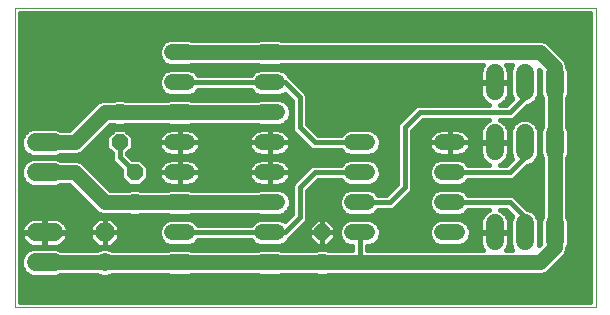
<source format=gbl>
G75*
G70*
%OFA0B0*%
%FSLAX24Y24*%
%IPPOS*%
%LPD*%
%AMOC8*
5,1,8,0,0,1.08239X$1,22.5*
%
%ADD10C,0.0000*%
%ADD11C,0.0600*%
%ADD12C,0.0520*%
%ADD13OC8,0.0520*%
%ADD14OC8,0.0620*%
%ADD15C,0.0620*%
%ADD16C,0.0500*%
%ADD17C,0.0160*%
D10*
X000180Y000180D02*
X000180Y010176D01*
X019550Y010176D01*
X019550Y000180D01*
X000180Y000180D01*
D11*
X000880Y001680D02*
X001480Y001680D01*
X001480Y002680D02*
X000880Y002680D01*
X000880Y004680D02*
X001480Y004680D01*
X001480Y005680D02*
X000880Y005680D01*
X016180Y005380D02*
X016180Y005980D01*
X017180Y005980D02*
X017180Y005380D01*
X018180Y005380D02*
X018180Y005980D01*
X018180Y007380D02*
X018180Y007980D01*
X017180Y007980D02*
X017180Y007380D01*
X016180Y007380D02*
X016180Y007980D01*
X016180Y002980D02*
X016180Y002380D01*
X017180Y002380D02*
X017180Y002980D01*
X018180Y002980D02*
X018180Y002380D01*
D12*
X014940Y002680D02*
X014420Y002680D01*
X014420Y003680D02*
X014940Y003680D01*
X014940Y004680D02*
X014420Y004680D01*
X014420Y005680D02*
X014940Y005680D01*
X011940Y005680D02*
X011420Y005680D01*
X011420Y004680D02*
X011940Y004680D01*
X011940Y003680D02*
X011420Y003680D01*
X011420Y002680D02*
X011940Y002680D01*
X008940Y002680D02*
X008420Y002680D01*
X008420Y001680D02*
X008940Y001680D01*
X005940Y001680D02*
X005420Y001680D01*
X005420Y002680D02*
X005940Y002680D01*
X005940Y003680D02*
X005420Y003680D01*
X005420Y004680D02*
X005940Y004680D01*
X005940Y005680D02*
X005420Y005680D01*
X005420Y006680D02*
X005940Y006680D01*
X005940Y007680D02*
X005420Y007680D01*
X005420Y008680D02*
X005940Y008680D01*
X008420Y008680D02*
X008940Y008680D01*
X008940Y007680D02*
X008420Y007680D01*
X008420Y006680D02*
X008940Y006680D01*
X008940Y005680D02*
X008420Y005680D01*
X008420Y004680D02*
X008940Y004680D01*
X008940Y003680D02*
X008420Y003680D01*
D13*
X010430Y002680D03*
X010430Y001680D03*
X004180Y003680D03*
X004180Y004680D03*
X003680Y005680D03*
X003680Y006680D03*
D14*
X003180Y002680D03*
D15*
X003180Y001680D03*
D16*
X005680Y001680D01*
X008680Y001680D01*
X010430Y001680D01*
X011680Y001680D01*
X017680Y001680D01*
X018180Y002180D01*
X018180Y002680D01*
X018180Y005680D01*
X018180Y007680D01*
X018180Y008180D01*
X017680Y008680D01*
X008680Y008680D01*
X005680Y008680D01*
X005680Y006680D02*
X003680Y006680D01*
X003180Y006680D01*
X002180Y005680D01*
X001180Y005680D01*
X001180Y004680D02*
X002180Y004680D01*
X003180Y003680D01*
X004180Y003680D01*
X005680Y003680D01*
X008680Y003680D01*
X003180Y001680D02*
X001180Y001680D01*
X005680Y006680D02*
X008680Y006680D01*
D17*
X009189Y007053D02*
X009313Y006929D01*
X009380Y006768D01*
X009380Y006592D01*
X009313Y006431D01*
X009189Y006307D01*
X009028Y006240D01*
X008332Y006240D01*
X008308Y006250D01*
X006052Y006250D01*
X006028Y006240D01*
X005332Y006240D01*
X005308Y006250D01*
X003872Y006250D01*
X003862Y006240D01*
X003498Y006240D01*
X003488Y006250D01*
X003358Y006250D01*
X002545Y005436D01*
X002424Y005315D01*
X002266Y005250D01*
X001696Y005250D01*
X001575Y005200D01*
X000785Y005200D01*
X000608Y005273D01*
X000473Y005408D01*
X000400Y005585D01*
X000400Y005775D01*
X000473Y005952D01*
X000608Y006087D01*
X000785Y006160D01*
X001575Y006160D01*
X001696Y006110D01*
X002002Y006110D01*
X002936Y007045D01*
X003094Y007110D01*
X003488Y007110D01*
X003498Y007120D01*
X003862Y007120D01*
X003872Y007110D01*
X005308Y007110D01*
X005332Y007120D01*
X006028Y007120D01*
X006052Y007110D01*
X008308Y007110D01*
X008332Y007120D01*
X009028Y007120D01*
X009189Y007053D01*
X009247Y006996D02*
X009420Y006996D01*
X009420Y007072D02*
X009420Y006128D01*
X009460Y006033D01*
X009960Y005533D01*
X010033Y005460D01*
X010128Y005420D01*
X011058Y005420D01*
X011171Y005307D01*
X011332Y005240D01*
X012028Y005240D01*
X012189Y005307D01*
X012313Y005431D01*
X012380Y005592D01*
X012380Y005768D01*
X012313Y005929D01*
X012189Y006053D01*
X012028Y006120D01*
X011332Y006120D01*
X011171Y006053D01*
X011058Y005940D01*
X010288Y005940D01*
X009940Y006288D01*
X009940Y007232D01*
X009900Y007327D01*
X009827Y007400D01*
X009327Y007900D01*
X009324Y007902D01*
X009313Y007929D01*
X009189Y008053D01*
X009028Y008120D01*
X008332Y008120D01*
X008171Y008053D01*
X008058Y007940D01*
X006302Y007940D01*
X006189Y008053D01*
X006028Y008120D01*
X005332Y008120D01*
X005171Y008053D01*
X005047Y007929D01*
X004980Y007768D01*
X004980Y007592D01*
X005047Y007431D01*
X005171Y007307D01*
X005332Y007240D01*
X006028Y007240D01*
X006189Y007307D01*
X006302Y007420D01*
X008058Y007420D01*
X008171Y007307D01*
X008332Y007240D01*
X009028Y007240D01*
X009186Y007306D01*
X009420Y007072D01*
X009338Y007154D02*
X000360Y007154D01*
X000360Y007313D02*
X005165Y007313D01*
X005030Y007471D02*
X000360Y007471D01*
X000360Y007630D02*
X004980Y007630D01*
X004988Y007788D02*
X000360Y007788D01*
X000360Y007947D02*
X005064Y007947D01*
X005296Y008105D02*
X000360Y008105D01*
X000360Y008264D02*
X005276Y008264D01*
X005332Y008240D02*
X006028Y008240D01*
X006052Y008250D01*
X008308Y008250D01*
X008332Y008240D01*
X009028Y008240D01*
X009052Y008250D01*
X015783Y008250D01*
X015769Y008232D01*
X015735Y008164D01*
X015712Y008092D01*
X015700Y008018D01*
X015700Y007700D01*
X016160Y007700D01*
X016160Y007660D01*
X015700Y007660D01*
X015700Y007342D01*
X015712Y007268D01*
X015735Y007196D01*
X015769Y007128D01*
X015814Y007067D01*
X015867Y007014D01*
X015928Y006969D01*
X015986Y006940D01*
X013628Y006940D01*
X013533Y006900D01*
X013033Y006400D01*
X012960Y006327D01*
X012920Y006232D01*
X012920Y004288D01*
X012572Y003940D01*
X012302Y003940D01*
X012189Y004053D01*
X012028Y004120D01*
X011332Y004120D01*
X011171Y004053D01*
X011047Y003929D01*
X010980Y003768D01*
X010980Y003592D01*
X011047Y003431D01*
X011171Y003307D01*
X011332Y003240D01*
X012028Y003240D01*
X012189Y003307D01*
X012302Y003420D01*
X012732Y003420D01*
X012827Y003460D01*
X012900Y003533D01*
X013400Y004033D01*
X013440Y004128D01*
X013440Y006072D01*
X013788Y006420D01*
X015986Y006420D01*
X015928Y006391D01*
X015867Y006346D01*
X015814Y006293D01*
X015769Y006232D01*
X015735Y006164D01*
X015712Y006092D01*
X015700Y006018D01*
X015700Y005700D01*
X016160Y005700D01*
X016160Y005660D01*
X015700Y005660D01*
X015700Y005342D01*
X015712Y005268D01*
X015735Y005196D01*
X015769Y005128D01*
X015814Y005067D01*
X015867Y005014D01*
X015928Y004969D01*
X015986Y004940D01*
X015302Y004940D01*
X015189Y005053D01*
X015028Y005120D01*
X014332Y005120D01*
X014171Y005053D01*
X014047Y004929D01*
X013980Y004768D01*
X013980Y004592D01*
X014047Y004431D01*
X014171Y004307D01*
X014332Y004240D01*
X015028Y004240D01*
X015189Y004307D01*
X015302Y004420D01*
X016732Y004420D01*
X016827Y004460D01*
X017268Y004900D01*
X017275Y004900D01*
X017452Y004973D01*
X017587Y005108D01*
X017660Y005285D01*
X017660Y006075D01*
X017587Y006252D01*
X017452Y006387D01*
X017275Y006460D01*
X017085Y006460D01*
X016908Y006387D01*
X016773Y006252D01*
X016700Y006075D01*
X016700Y005285D01*
X016764Y005131D01*
X016572Y004940D01*
X016374Y004940D01*
X016432Y004969D01*
X016493Y005014D01*
X016546Y005067D01*
X016591Y005128D01*
X016625Y005196D01*
X016648Y005268D01*
X016660Y005342D01*
X016660Y005660D01*
X016200Y005660D01*
X016200Y005700D01*
X016660Y005700D01*
X016660Y006018D01*
X016648Y006092D01*
X016625Y006164D01*
X016591Y006232D01*
X016546Y006293D01*
X016493Y006346D01*
X016432Y006391D01*
X016374Y006420D01*
X016732Y006420D01*
X016827Y006460D01*
X016900Y006533D01*
X017268Y006900D01*
X017275Y006900D01*
X017452Y006973D01*
X017587Y007108D01*
X017660Y007285D01*
X017660Y008075D01*
X017648Y008103D01*
X017700Y008052D01*
X017700Y007285D01*
X017750Y007164D01*
X017750Y006196D01*
X017700Y006075D01*
X017700Y005285D01*
X017750Y005164D01*
X017750Y003196D01*
X017700Y003075D01*
X017700Y002308D01*
X017648Y002257D01*
X017660Y002285D01*
X017660Y003075D01*
X017587Y003252D01*
X017452Y003387D01*
X017275Y003460D01*
X017268Y003460D01*
X016827Y003900D01*
X016732Y003940D01*
X015302Y003940D01*
X015189Y004053D01*
X015028Y004120D01*
X014332Y004120D01*
X014171Y004053D01*
X014047Y003929D01*
X013980Y003768D01*
X013980Y003592D01*
X014047Y003431D01*
X014171Y003307D01*
X014332Y003240D01*
X015028Y003240D01*
X015189Y003307D01*
X015302Y003420D01*
X015986Y003420D01*
X015928Y003391D01*
X015867Y003346D01*
X015814Y003293D01*
X015769Y003232D01*
X015735Y003164D01*
X015712Y003092D01*
X015700Y003018D01*
X015700Y002700D01*
X016160Y002700D01*
X016160Y002660D01*
X015700Y002660D01*
X015700Y002342D01*
X015712Y002268D01*
X015735Y002196D01*
X015769Y002128D01*
X015783Y002110D01*
X011940Y002110D01*
X011940Y002240D01*
X012028Y002240D01*
X012189Y002307D01*
X012313Y002431D01*
X012380Y002592D01*
X012380Y002768D01*
X012313Y002929D01*
X012189Y003053D01*
X012028Y003120D01*
X011332Y003120D01*
X011171Y003053D01*
X011047Y002929D01*
X010980Y002768D01*
X010980Y002592D01*
X011047Y002431D01*
X011171Y002307D01*
X011332Y002240D01*
X011420Y002240D01*
X011420Y002110D01*
X010622Y002110D01*
X010612Y002120D01*
X010248Y002120D01*
X010238Y002110D01*
X009052Y002110D01*
X009028Y002120D01*
X008332Y002120D01*
X008308Y002110D01*
X006052Y002110D01*
X006028Y002120D01*
X005332Y002120D01*
X005308Y002110D01*
X003422Y002110D01*
X003277Y002170D01*
X003083Y002170D01*
X002938Y002110D01*
X001696Y002110D01*
X001575Y002160D01*
X000785Y002160D01*
X000608Y002087D01*
X000473Y001952D01*
X000400Y001775D01*
X000400Y001585D01*
X000473Y001408D01*
X000608Y001273D01*
X000785Y001200D01*
X001575Y001200D01*
X001696Y001250D01*
X002938Y001250D01*
X003083Y001190D01*
X003277Y001190D01*
X003422Y001250D01*
X005308Y001250D01*
X005332Y001240D01*
X006028Y001240D01*
X006052Y001250D01*
X008308Y001250D01*
X008332Y001240D01*
X009028Y001240D01*
X009052Y001250D01*
X010238Y001250D01*
X010248Y001240D01*
X010612Y001240D01*
X010622Y001250D01*
X017766Y001250D01*
X017924Y001315D01*
X018045Y001436D01*
X018545Y001936D01*
X018610Y002094D01*
X018610Y002164D01*
X018660Y002285D01*
X018660Y003075D01*
X018610Y003196D01*
X018610Y005164D01*
X018660Y005285D01*
X018660Y006075D01*
X018610Y006196D01*
X018610Y007164D01*
X018660Y007285D01*
X018660Y008075D01*
X018610Y008196D01*
X018610Y008266D01*
X018545Y008424D01*
X018424Y008545D01*
X017924Y009045D01*
X017766Y009110D01*
X009052Y009110D01*
X009028Y009120D01*
X008332Y009120D01*
X008308Y009110D01*
X006052Y009110D01*
X006028Y009120D01*
X005332Y009120D01*
X005171Y009053D01*
X005047Y008929D01*
X004980Y008768D01*
X004980Y008592D01*
X005047Y008431D01*
X005171Y008307D01*
X005332Y008240D01*
X005056Y008422D02*
X000360Y008422D01*
X000360Y008581D02*
X004985Y008581D01*
X004980Y008739D02*
X000360Y008739D01*
X000360Y008898D02*
X005034Y008898D01*
X005178Y009056D02*
X000360Y009056D01*
X000360Y009215D02*
X019370Y009215D01*
X019370Y009056D02*
X017896Y009056D01*
X018071Y008898D02*
X019370Y008898D01*
X019370Y008739D02*
X018229Y008739D01*
X018388Y008581D02*
X019370Y008581D01*
X019370Y008422D02*
X018545Y008422D01*
X018610Y008264D02*
X019370Y008264D01*
X019370Y008105D02*
X018648Y008105D01*
X018660Y007947D02*
X019370Y007947D01*
X019370Y007788D02*
X018660Y007788D01*
X018660Y007630D02*
X019370Y007630D01*
X019370Y007471D02*
X018660Y007471D01*
X018660Y007313D02*
X019370Y007313D01*
X019370Y007154D02*
X018610Y007154D01*
X018610Y006996D02*
X019370Y006996D01*
X019370Y006837D02*
X018610Y006837D01*
X018610Y006679D02*
X019370Y006679D01*
X019370Y006520D02*
X018610Y006520D01*
X018610Y006362D02*
X019370Y006362D01*
X019370Y006203D02*
X018610Y006203D01*
X018660Y006045D02*
X019370Y006045D01*
X019370Y005886D02*
X018660Y005886D01*
X018660Y005728D02*
X019370Y005728D01*
X019370Y005569D02*
X018660Y005569D01*
X018660Y005411D02*
X019370Y005411D01*
X019370Y005252D02*
X018647Y005252D01*
X018610Y005094D02*
X019370Y005094D01*
X019370Y004935D02*
X018610Y004935D01*
X018610Y004777D02*
X019370Y004777D01*
X019370Y004618D02*
X018610Y004618D01*
X018610Y004460D02*
X019370Y004460D01*
X019370Y004301D02*
X018610Y004301D01*
X018610Y004143D02*
X019370Y004143D01*
X019370Y003984D02*
X018610Y003984D01*
X018610Y003826D02*
X019370Y003826D01*
X019370Y003667D02*
X018610Y003667D01*
X018610Y003509D02*
X019370Y003509D01*
X019370Y003350D02*
X018610Y003350D01*
X018612Y003192D02*
X019370Y003192D01*
X019370Y003033D02*
X018660Y003033D01*
X018660Y002875D02*
X019370Y002875D01*
X019370Y002716D02*
X018660Y002716D01*
X018660Y002558D02*
X019370Y002558D01*
X019370Y002399D02*
X018660Y002399D01*
X018642Y002241D02*
X019370Y002241D01*
X019370Y002082D02*
X018605Y002082D01*
X018532Y001924D02*
X019370Y001924D01*
X019370Y001765D02*
X018373Y001765D01*
X018215Y001607D02*
X019370Y001607D01*
X019370Y001448D02*
X018056Y001448D01*
X017861Y001290D02*
X019370Y001290D01*
X019370Y001131D02*
X000360Y001131D01*
X000360Y000973D02*
X019370Y000973D01*
X019370Y000814D02*
X000360Y000814D01*
X000360Y000656D02*
X019370Y000656D01*
X019370Y000497D02*
X000360Y000497D01*
X000360Y000360D02*
X000360Y009996D01*
X019370Y009996D01*
X019370Y000360D01*
X000360Y000360D01*
X000360Y001290D02*
X000592Y001290D01*
X000457Y001448D02*
X000360Y001448D01*
X000360Y001607D02*
X000400Y001607D01*
X000400Y001765D02*
X000360Y001765D01*
X000360Y001924D02*
X000461Y001924D01*
X000360Y002082D02*
X000603Y002082D01*
X000685Y002241D02*
X000360Y002241D01*
X000514Y002367D02*
X000567Y002314D01*
X000628Y002269D01*
X000696Y002235D01*
X000768Y002212D01*
X000842Y002200D01*
X001160Y002200D01*
X001160Y002660D01*
X001200Y002660D01*
X001200Y002700D01*
X001160Y002700D01*
X001160Y003160D01*
X000842Y003160D01*
X000768Y003148D01*
X000696Y003125D01*
X000628Y003091D01*
X000567Y003046D01*
X000514Y002993D01*
X000469Y002932D01*
X000435Y002864D01*
X000412Y002792D01*
X000400Y002718D01*
X000400Y002700D01*
X001160Y002700D01*
X001160Y002660D01*
X000400Y002660D01*
X000400Y002642D01*
X000412Y002568D01*
X000435Y002496D01*
X000469Y002428D01*
X000514Y002367D01*
X000491Y002399D02*
X000360Y002399D01*
X000360Y002558D02*
X000415Y002558D01*
X000400Y002716D02*
X000360Y002716D01*
X000360Y002875D02*
X000440Y002875D01*
X000360Y003033D02*
X000554Y003033D01*
X000360Y003192D02*
X009324Y003192D01*
X009420Y003288D02*
X009186Y003054D01*
X009028Y003120D01*
X008332Y003120D01*
X008171Y003053D01*
X008058Y002940D01*
X006302Y002940D01*
X006189Y003053D01*
X006028Y003120D01*
X005332Y003120D01*
X005171Y003053D01*
X005047Y002929D01*
X004980Y002768D01*
X004980Y002592D01*
X005047Y002431D01*
X005171Y002307D01*
X005332Y002240D01*
X006028Y002240D01*
X006189Y002307D01*
X006302Y002420D01*
X008058Y002420D01*
X008171Y002307D01*
X008332Y002240D01*
X009028Y002240D01*
X009189Y002307D01*
X009313Y002431D01*
X009324Y002458D01*
X009327Y002460D01*
X009400Y002533D01*
X009900Y003033D01*
X009940Y003128D01*
X009940Y004072D01*
X010288Y004420D01*
X011058Y004420D01*
X011171Y004307D01*
X011332Y004240D01*
X012028Y004240D01*
X012189Y004307D01*
X012313Y004431D01*
X012380Y004592D01*
X012380Y004768D01*
X012313Y004929D01*
X012189Y005053D01*
X012028Y005120D01*
X011332Y005120D01*
X011171Y005053D01*
X011058Y004940D01*
X010128Y004940D01*
X010033Y004900D01*
X009533Y004400D01*
X009460Y004327D01*
X009420Y004232D01*
X009420Y003288D01*
X009420Y003350D02*
X009232Y003350D01*
X009189Y003307D02*
X009028Y003240D01*
X008332Y003240D01*
X008308Y003250D01*
X006052Y003250D01*
X006028Y003240D01*
X005332Y003240D01*
X005308Y003250D01*
X004372Y003250D01*
X004362Y003240D01*
X003998Y003240D01*
X003988Y003250D01*
X003094Y003250D01*
X002936Y003315D01*
X002815Y003436D01*
X002002Y004250D01*
X001696Y004250D01*
X001575Y004200D01*
X000785Y004200D01*
X000608Y004273D01*
X000473Y004408D01*
X000400Y004585D01*
X000400Y004775D01*
X000473Y004952D01*
X000608Y005087D01*
X000785Y005160D01*
X001575Y005160D01*
X001696Y005110D01*
X002266Y005110D01*
X002424Y005045D01*
X003358Y004110D01*
X003988Y004110D01*
X003998Y004120D01*
X004362Y004120D01*
X004372Y004110D01*
X005308Y004110D01*
X005332Y004120D01*
X006028Y004120D01*
X006052Y004110D01*
X008308Y004110D01*
X008332Y004120D01*
X009028Y004120D01*
X009189Y004053D01*
X009313Y003929D01*
X009380Y003768D01*
X009380Y003592D01*
X009313Y003431D01*
X009189Y003307D01*
X009345Y003509D02*
X009420Y003509D01*
X009420Y003667D02*
X009380Y003667D01*
X009356Y003826D02*
X009420Y003826D01*
X009420Y003984D02*
X009258Y003984D01*
X009420Y004143D02*
X003326Y004143D01*
X003167Y004301D02*
X003937Y004301D01*
X003998Y004240D02*
X004362Y004240D01*
X004620Y004498D01*
X004620Y004862D01*
X004362Y005120D01*
X004108Y005120D01*
X003940Y005288D01*
X003940Y005318D01*
X004120Y005498D01*
X004120Y005862D01*
X003862Y006120D01*
X003498Y006120D01*
X003240Y005862D01*
X003240Y005498D01*
X003420Y005318D01*
X003420Y005128D01*
X003460Y005033D01*
X003533Y004960D01*
X003740Y004752D01*
X003740Y004498D01*
X003998Y004240D01*
X004423Y004301D02*
X005195Y004301D01*
X005189Y004304D02*
X005251Y004272D01*
X005317Y004251D01*
X005385Y004240D01*
X005680Y004240D01*
X005975Y004240D01*
X006043Y004251D01*
X006109Y004272D01*
X006171Y004304D01*
X006227Y004344D01*
X006276Y004393D01*
X006316Y004449D01*
X006348Y004511D01*
X006369Y004577D01*
X006380Y004645D01*
X006380Y004680D01*
X006380Y004715D01*
X006369Y004783D01*
X006348Y004849D01*
X006316Y004911D01*
X006276Y004967D01*
X006227Y005016D01*
X006171Y005056D01*
X006109Y005088D01*
X006043Y005109D01*
X005975Y005120D01*
X005680Y005120D01*
X005680Y004680D01*
X005680Y004680D01*
X006380Y004680D01*
X005680Y004680D01*
X005680Y004680D01*
X005680Y004240D01*
X005680Y004680D01*
X005680Y004680D01*
X005680Y004680D01*
X004980Y004680D01*
X004980Y004715D01*
X004991Y004783D01*
X005012Y004849D01*
X005044Y004911D01*
X005084Y004967D01*
X005133Y005016D01*
X005189Y005056D01*
X005251Y005088D01*
X005317Y005109D01*
X005385Y005120D01*
X005680Y005120D01*
X005680Y004680D01*
X004980Y004680D01*
X004980Y004645D01*
X004991Y004577D01*
X005012Y004511D01*
X005044Y004449D01*
X005084Y004393D01*
X005133Y004344D01*
X005189Y004304D01*
X005039Y004460D02*
X004582Y004460D01*
X004620Y004618D02*
X004984Y004618D01*
X004990Y004777D02*
X004620Y004777D01*
X004547Y004935D02*
X005061Y004935D01*
X005269Y005094D02*
X004389Y005094D01*
X003976Y005252D02*
X005313Y005252D01*
X005317Y005251D02*
X005385Y005240D01*
X005680Y005240D01*
X005975Y005240D01*
X006043Y005251D01*
X006109Y005272D01*
X006171Y005304D01*
X006227Y005344D01*
X006276Y005393D01*
X006316Y005449D01*
X006348Y005511D01*
X006369Y005577D01*
X006380Y005645D01*
X006380Y005680D01*
X006380Y005715D01*
X006369Y005783D01*
X006348Y005849D01*
X006316Y005911D01*
X006276Y005967D01*
X006227Y006016D01*
X006171Y006056D01*
X006109Y006088D01*
X006043Y006109D01*
X005975Y006120D01*
X005680Y006120D01*
X005680Y005680D01*
X005680Y005680D01*
X006380Y005680D01*
X005680Y005680D01*
X005680Y005680D01*
X005680Y005240D01*
X005680Y005680D01*
X005680Y005680D01*
X005680Y005680D01*
X004980Y005680D01*
X004980Y005715D01*
X004991Y005783D01*
X005012Y005849D01*
X005044Y005911D01*
X005084Y005967D01*
X005133Y006016D01*
X005189Y006056D01*
X005251Y006088D01*
X005317Y006109D01*
X005385Y006120D01*
X005680Y006120D01*
X005680Y005680D01*
X004980Y005680D01*
X004980Y005645D01*
X004991Y005577D01*
X005012Y005511D01*
X005044Y005449D01*
X005084Y005393D01*
X005133Y005344D01*
X005189Y005304D01*
X005251Y005272D01*
X005317Y005251D01*
X005072Y005411D02*
X004033Y005411D01*
X004120Y005569D02*
X004993Y005569D01*
X004982Y005728D02*
X004120Y005728D01*
X004096Y005886D02*
X005031Y005886D01*
X005173Y006045D02*
X003938Y006045D01*
X003422Y006045D02*
X003153Y006045D01*
X003311Y006203D02*
X009420Y006203D01*
X009455Y006045D02*
X009187Y006045D01*
X009171Y006056D02*
X009109Y006088D01*
X009043Y006109D01*
X008975Y006120D01*
X008680Y006120D01*
X008680Y005680D01*
X008680Y005680D01*
X009380Y005680D01*
X009380Y005715D01*
X009369Y005783D01*
X009348Y005849D01*
X009316Y005911D01*
X009276Y005967D01*
X009227Y006016D01*
X009171Y006056D01*
X009329Y005886D02*
X009606Y005886D01*
X009765Y005728D02*
X009378Y005728D01*
X009380Y005680D02*
X008680Y005680D01*
X008680Y005680D01*
X008680Y005240D01*
X008975Y005240D01*
X009043Y005251D01*
X009109Y005272D01*
X009171Y005304D01*
X009227Y005344D01*
X009276Y005393D01*
X009316Y005449D01*
X009348Y005511D01*
X009369Y005577D01*
X009380Y005645D01*
X009380Y005680D01*
X009367Y005569D02*
X009923Y005569D01*
X010180Y005680D02*
X011680Y005680D01*
X012293Y005411D02*
X012920Y005411D01*
X012920Y005569D02*
X012370Y005569D01*
X012380Y005728D02*
X012920Y005728D01*
X012920Y005886D02*
X012331Y005886D01*
X012198Y006045D02*
X012920Y006045D01*
X012920Y006203D02*
X010025Y006203D01*
X010183Y006045D02*
X011162Y006045D01*
X010180Y005680D02*
X009680Y006180D01*
X009680Y007180D01*
X009180Y007680D01*
X008680Y007680D01*
X005680Y007680D01*
X006296Y007947D02*
X008064Y007947D01*
X008296Y008105D02*
X006064Y008105D01*
X006195Y007313D02*
X008165Y007313D01*
X009351Y006837D02*
X009420Y006837D01*
X009420Y006679D02*
X009380Y006679D01*
X009350Y006520D02*
X009420Y006520D01*
X009420Y006362D02*
X009244Y006362D01*
X008680Y006120D02*
X008385Y006120D01*
X008317Y006109D01*
X008251Y006088D01*
X008189Y006056D01*
X008133Y006016D01*
X008084Y005967D01*
X008044Y005911D01*
X008012Y005849D01*
X007991Y005783D01*
X007980Y005715D01*
X007980Y005680D01*
X008680Y005680D01*
X008680Y005680D01*
X008680Y005680D01*
X008680Y006120D01*
X008680Y006045D02*
X008680Y006045D01*
X008680Y005886D02*
X008680Y005886D01*
X008680Y005728D02*
X008680Y005728D01*
X008680Y005680D02*
X007980Y005680D01*
X007980Y005645D01*
X007991Y005577D01*
X008012Y005511D01*
X008044Y005449D01*
X008084Y005393D01*
X008133Y005344D01*
X008189Y005304D01*
X008251Y005272D01*
X008317Y005251D01*
X008385Y005240D01*
X008680Y005240D01*
X008680Y005680D01*
X008680Y005569D02*
X008680Y005569D01*
X008680Y005411D02*
X008680Y005411D01*
X008680Y005252D02*
X008680Y005252D01*
X008680Y005120D02*
X008385Y005120D01*
X008317Y005109D01*
X008251Y005088D01*
X008189Y005056D01*
X008133Y005016D01*
X008084Y004967D01*
X008044Y004911D01*
X008012Y004849D01*
X007991Y004783D01*
X007980Y004715D01*
X007980Y004680D01*
X008680Y004680D01*
X008680Y004680D01*
X008680Y005120D01*
X008975Y005120D01*
X009043Y005109D01*
X009109Y005088D01*
X009171Y005056D01*
X009227Y005016D01*
X009276Y004967D01*
X009316Y004911D01*
X009348Y004849D01*
X009369Y004783D01*
X009380Y004715D01*
X009380Y004680D01*
X008680Y004680D01*
X008680Y004680D01*
X008680Y004240D01*
X008975Y004240D01*
X009043Y004251D01*
X009109Y004272D01*
X009171Y004304D01*
X009227Y004344D01*
X009276Y004393D01*
X009316Y004449D01*
X009348Y004511D01*
X009369Y004577D01*
X009380Y004645D01*
X009380Y004680D01*
X008680Y004680D01*
X008680Y004680D01*
X008680Y004680D01*
X008680Y005120D01*
X008680Y005094D02*
X008680Y005094D01*
X008680Y004935D02*
X008680Y004935D01*
X008680Y004777D02*
X008680Y004777D01*
X008680Y004680D02*
X007980Y004680D01*
X007980Y004645D01*
X007991Y004577D01*
X008012Y004511D01*
X008044Y004449D01*
X008084Y004393D01*
X008133Y004344D01*
X008189Y004304D01*
X008251Y004272D01*
X008317Y004251D01*
X008385Y004240D01*
X008680Y004240D01*
X008680Y004680D01*
X008680Y004618D02*
X008680Y004618D01*
X008680Y004460D02*
X008680Y004460D01*
X008680Y004301D02*
X008680Y004301D01*
X008195Y004301D02*
X006165Y004301D01*
X006321Y004460D02*
X008039Y004460D01*
X007984Y004618D02*
X006376Y004618D01*
X006370Y004777D02*
X007990Y004777D01*
X008061Y004935D02*
X006299Y004935D01*
X006091Y005094D02*
X008269Y005094D01*
X008313Y005252D02*
X006047Y005252D01*
X006288Y005411D02*
X008072Y005411D01*
X007993Y005569D02*
X006367Y005569D01*
X006378Y005728D02*
X007982Y005728D01*
X008031Y005886D02*
X006329Y005886D01*
X006187Y006045D02*
X008173Y006045D01*
X009288Y005411D02*
X011067Y005411D01*
X011303Y005252D02*
X009047Y005252D01*
X009091Y005094D02*
X011269Y005094D01*
X011680Y004680D02*
X010180Y004680D01*
X009680Y004180D01*
X009680Y003180D01*
X009180Y002680D01*
X008680Y002680D01*
X005680Y002680D01*
X006281Y002399D02*
X008079Y002399D01*
X008331Y002241D02*
X006029Y002241D01*
X005331Y002241D02*
X003433Y002241D01*
X003383Y002190D02*
X003670Y002477D01*
X003670Y002680D01*
X003670Y002883D01*
X003383Y003170D01*
X003180Y003170D01*
X003180Y002680D01*
X003180Y002680D01*
X003670Y002680D01*
X003180Y002680D01*
X003180Y002680D01*
X003180Y002680D01*
X002690Y002680D01*
X002690Y002883D01*
X002977Y003170D01*
X003180Y003170D01*
X003180Y002680D01*
X003180Y002190D01*
X003383Y002190D01*
X003180Y002190D02*
X003180Y002680D01*
X003180Y002680D01*
X002690Y002680D01*
X002690Y002477D01*
X002977Y002190D01*
X003180Y002190D01*
X003180Y002241D02*
X003180Y002241D01*
X003180Y002399D02*
X003180Y002399D01*
X003180Y002558D02*
X003180Y002558D01*
X003180Y002716D02*
X003180Y002716D01*
X003180Y002875D02*
X003180Y002875D01*
X003180Y003033D02*
X003180Y003033D01*
X003520Y003033D02*
X005151Y003033D01*
X005024Y002875D02*
X003670Y002875D01*
X003670Y002716D02*
X004980Y002716D01*
X004994Y002558D02*
X003670Y002558D01*
X003592Y002399D02*
X005079Y002399D01*
X006209Y003033D02*
X008151Y003033D01*
X009281Y002399D02*
X010089Y002399D01*
X009990Y002498D02*
X010248Y002240D01*
X010430Y002240D01*
X010612Y002240D01*
X010870Y002498D01*
X010870Y002680D01*
X010870Y002862D01*
X010612Y003120D01*
X010430Y003120D01*
X010430Y002680D01*
X010430Y002680D01*
X010870Y002680D01*
X010430Y002680D01*
X010430Y002680D01*
X010430Y002680D01*
X009990Y002680D01*
X009990Y002862D01*
X010248Y003120D01*
X010430Y003120D01*
X010430Y002680D01*
X010430Y002240D01*
X010430Y002680D01*
X010430Y002680D01*
X009990Y002680D01*
X009990Y002498D01*
X009990Y002558D02*
X009425Y002558D01*
X009584Y002716D02*
X009990Y002716D01*
X010002Y002875D02*
X009742Y002875D01*
X009901Y003033D02*
X010161Y003033D01*
X010430Y003033D02*
X010430Y003033D01*
X010699Y003033D02*
X011151Y003033D01*
X011024Y002875D02*
X010858Y002875D01*
X010870Y002716D02*
X010980Y002716D01*
X010994Y002558D02*
X010870Y002558D01*
X010771Y002399D02*
X011079Y002399D01*
X011331Y002241D02*
X010613Y002241D01*
X010430Y002241D02*
X010430Y002241D01*
X010247Y002241D02*
X009029Y002241D01*
X010430Y002399D02*
X010430Y002399D01*
X010430Y002558D02*
X010430Y002558D01*
X010430Y002716D02*
X010430Y002716D01*
X010430Y002875D02*
X010430Y002875D01*
X009940Y003192D02*
X015749Y003192D01*
X015702Y003033D02*
X015209Y003033D01*
X015189Y003053D02*
X015028Y003120D01*
X014332Y003120D01*
X014171Y003053D01*
X014047Y002929D01*
X013980Y002768D01*
X013980Y002592D01*
X014047Y002431D01*
X014171Y002307D01*
X014332Y002240D01*
X015028Y002240D01*
X015189Y002307D01*
X015313Y002431D01*
X015380Y002592D01*
X015380Y002768D01*
X015313Y002929D01*
X015189Y003053D01*
X015336Y002875D02*
X015700Y002875D01*
X015700Y002716D02*
X015380Y002716D01*
X015366Y002558D02*
X015700Y002558D01*
X015700Y002399D02*
X015281Y002399D01*
X015029Y002241D02*
X015721Y002241D01*
X016200Y002660D02*
X016200Y002700D01*
X016660Y002700D01*
X016660Y003018D01*
X016648Y003092D01*
X016625Y003164D01*
X016591Y003232D01*
X016546Y003293D01*
X016493Y003346D01*
X016432Y003391D01*
X016374Y003420D01*
X016572Y003420D01*
X016764Y003229D01*
X016700Y003075D01*
X016700Y002285D01*
X016772Y002110D01*
X016577Y002110D01*
X016591Y002128D01*
X016625Y002196D01*
X016648Y002268D01*
X016660Y002342D01*
X016660Y002660D01*
X016200Y002660D01*
X016660Y002716D02*
X016700Y002716D01*
X016700Y002875D02*
X016660Y002875D01*
X016658Y003033D02*
X016700Y003033D01*
X016748Y003192D02*
X016611Y003192D01*
X016642Y003350D02*
X016487Y003350D01*
X016680Y003680D02*
X017180Y003180D01*
X017180Y002680D01*
X017660Y002716D02*
X017700Y002716D01*
X017700Y002875D02*
X017660Y002875D01*
X017660Y003033D02*
X017700Y003033D01*
X017748Y003192D02*
X017612Y003192D01*
X017489Y003350D02*
X017750Y003350D01*
X017750Y003509D02*
X017219Y003509D01*
X017061Y003667D02*
X017750Y003667D01*
X017750Y003826D02*
X016902Y003826D01*
X016680Y003680D02*
X014680Y003680D01*
X015232Y003350D02*
X015873Y003350D01*
X015258Y003984D02*
X017750Y003984D01*
X017750Y004143D02*
X013440Y004143D01*
X013352Y003984D02*
X014102Y003984D01*
X014004Y003826D02*
X013193Y003826D01*
X013035Y003667D02*
X013980Y003667D01*
X014015Y003509D02*
X012876Y003509D01*
X012680Y003680D02*
X011680Y003680D01*
X012232Y003350D02*
X014128Y003350D01*
X014151Y003033D02*
X012209Y003033D01*
X012336Y002875D02*
X014024Y002875D01*
X013980Y002716D02*
X012380Y002716D01*
X012366Y002558D02*
X013994Y002558D01*
X014079Y002399D02*
X012281Y002399D01*
X012029Y002241D02*
X014331Y002241D01*
X016639Y002241D02*
X016718Y002241D01*
X016700Y002399D02*
X016660Y002399D01*
X016660Y002558D02*
X016700Y002558D01*
X017660Y002558D02*
X017700Y002558D01*
X017700Y002399D02*
X017660Y002399D01*
X017750Y004301D02*
X015175Y004301D01*
X014680Y004680D02*
X016680Y004680D01*
X017180Y005180D01*
X017180Y005680D01*
X017660Y005728D02*
X017700Y005728D01*
X017700Y005886D02*
X017660Y005886D01*
X017660Y006045D02*
X017700Y006045D01*
X017750Y006203D02*
X017607Y006203D01*
X017477Y006362D02*
X017750Y006362D01*
X017750Y006520D02*
X016888Y006520D01*
X016883Y006362D02*
X016472Y006362D01*
X016605Y006203D02*
X016753Y006203D01*
X016700Y006045D02*
X016656Y006045D01*
X016660Y005886D02*
X016700Y005886D01*
X016700Y005728D02*
X016660Y005728D01*
X016660Y005569D02*
X016700Y005569D01*
X016700Y005411D02*
X016660Y005411D01*
X016643Y005252D02*
X016713Y005252D01*
X016726Y005094D02*
X016565Y005094D01*
X017144Y004777D02*
X017750Y004777D01*
X017750Y004935D02*
X017360Y004935D01*
X017572Y005094D02*
X017750Y005094D01*
X017713Y005252D02*
X017647Y005252D01*
X017660Y005411D02*
X017700Y005411D01*
X017700Y005569D02*
X017660Y005569D01*
X015888Y006362D02*
X013729Y006362D01*
X013571Y006203D02*
X015755Y006203D01*
X015704Y006045D02*
X015187Y006045D01*
X015171Y006056D02*
X015109Y006088D01*
X015043Y006109D01*
X014975Y006120D01*
X014680Y006120D01*
X014680Y005680D01*
X014680Y005680D01*
X015380Y005680D01*
X015380Y005715D01*
X015369Y005783D01*
X015348Y005849D01*
X015316Y005911D01*
X015276Y005967D01*
X015227Y006016D01*
X015171Y006056D01*
X015329Y005886D02*
X015700Y005886D01*
X015700Y005728D02*
X015378Y005728D01*
X015380Y005680D02*
X014680Y005680D01*
X014680Y005680D01*
X014680Y006120D01*
X014385Y006120D01*
X014317Y006109D01*
X014251Y006088D01*
X014189Y006056D01*
X014133Y006016D01*
X014084Y005967D01*
X014044Y005911D01*
X014012Y005849D01*
X013991Y005783D01*
X013980Y005715D01*
X013980Y005680D01*
X014680Y005680D01*
X014680Y005240D01*
X014975Y005240D01*
X015043Y005251D01*
X015109Y005272D01*
X015171Y005304D01*
X015227Y005344D01*
X015276Y005393D01*
X015316Y005449D01*
X015348Y005511D01*
X015369Y005577D01*
X015380Y005645D01*
X015380Y005680D01*
X015367Y005569D02*
X015700Y005569D01*
X015700Y005411D02*
X015288Y005411D01*
X015047Y005252D02*
X015717Y005252D01*
X015795Y005094D02*
X015091Y005094D01*
X014680Y005240D02*
X014680Y005680D01*
X014680Y005680D01*
X014680Y005680D01*
X013980Y005680D01*
X013980Y005645D01*
X013991Y005577D01*
X014012Y005511D01*
X014044Y005449D01*
X014084Y005393D01*
X014133Y005344D01*
X014189Y005304D01*
X014251Y005272D01*
X014317Y005251D01*
X014385Y005240D01*
X014680Y005240D01*
X014680Y005252D02*
X014680Y005252D01*
X014313Y005252D02*
X013440Y005252D01*
X013440Y005094D02*
X014269Y005094D01*
X014053Y004935D02*
X013440Y004935D01*
X013440Y004777D02*
X013984Y004777D01*
X013980Y004618D02*
X013440Y004618D01*
X013440Y004460D02*
X014035Y004460D01*
X014185Y004301D02*
X013440Y004301D01*
X013180Y004180D02*
X012680Y003680D01*
X012616Y003984D02*
X012258Y003984D01*
X012175Y004301D02*
X012920Y004301D01*
X013180Y004180D02*
X013180Y006180D01*
X013680Y006680D01*
X016680Y006680D01*
X017180Y007180D01*
X017180Y007680D01*
X017660Y007630D02*
X017700Y007630D01*
X017700Y007471D02*
X017660Y007471D01*
X017660Y007313D02*
X017700Y007313D01*
X017750Y007154D02*
X017606Y007154D01*
X017474Y006996D02*
X017750Y006996D01*
X017750Y006837D02*
X017205Y006837D01*
X017046Y006679D02*
X017750Y006679D01*
X016764Y007131D02*
X016572Y006940D01*
X016374Y006940D01*
X016432Y006969D01*
X016493Y007014D01*
X016546Y007067D01*
X016591Y007128D01*
X016625Y007196D01*
X016648Y007268D01*
X016660Y007342D01*
X016660Y007660D01*
X016200Y007660D01*
X016200Y007700D01*
X016660Y007700D01*
X016660Y008018D01*
X016648Y008092D01*
X016625Y008164D01*
X016591Y008232D01*
X016577Y008250D01*
X016772Y008250D01*
X016700Y008075D01*
X016700Y007285D01*
X016764Y007131D01*
X016754Y007154D02*
X016604Y007154D01*
X016655Y007313D02*
X016700Y007313D01*
X016700Y007471D02*
X016660Y007471D01*
X016660Y007630D02*
X016700Y007630D01*
X016700Y007788D02*
X016660Y007788D01*
X016660Y007947D02*
X016700Y007947D01*
X016712Y008105D02*
X016644Y008105D01*
X015716Y008105D02*
X009064Y008105D01*
X009296Y007947D02*
X015700Y007947D01*
X015700Y007788D02*
X009440Y007788D01*
X009598Y007630D02*
X015700Y007630D01*
X015700Y007471D02*
X009757Y007471D01*
X009827Y007400D02*
X009827Y007400D01*
X009907Y007313D02*
X015705Y007313D01*
X015756Y007154D02*
X009940Y007154D01*
X009940Y006996D02*
X015893Y006996D01*
X016467Y006996D02*
X016628Y006996D01*
X017660Y007788D02*
X017700Y007788D01*
X017700Y007947D02*
X017660Y007947D01*
X019370Y009373D02*
X000360Y009373D01*
X000360Y009532D02*
X019370Y009532D01*
X019370Y009690D02*
X000360Y009690D01*
X000360Y009849D02*
X019370Y009849D01*
X013469Y006837D02*
X009940Y006837D01*
X009940Y006679D02*
X013311Y006679D01*
X013152Y006520D02*
X009940Y006520D01*
X009940Y006362D02*
X012994Y006362D01*
X013440Y006045D02*
X014173Y006045D01*
X014031Y005886D02*
X013440Y005886D01*
X013440Y005728D02*
X013982Y005728D01*
X013993Y005569D02*
X013440Y005569D01*
X013440Y005411D02*
X014072Y005411D01*
X014680Y005411D02*
X014680Y005411D01*
X014680Y005569D02*
X014680Y005569D01*
X014680Y005728D02*
X014680Y005728D01*
X014680Y005886D02*
X014680Y005886D01*
X014680Y006045D02*
X014680Y006045D01*
X012920Y005252D02*
X012057Y005252D01*
X012091Y005094D02*
X012920Y005094D01*
X012920Y004935D02*
X012307Y004935D01*
X012376Y004777D02*
X012920Y004777D01*
X012920Y004618D02*
X012380Y004618D01*
X012325Y004460D02*
X012920Y004460D01*
X012775Y004143D02*
X010010Y004143D01*
X009940Y003984D02*
X011102Y003984D01*
X011004Y003826D02*
X009940Y003826D01*
X009940Y003667D02*
X010980Y003667D01*
X011015Y003509D02*
X009940Y003509D01*
X009940Y003350D02*
X011128Y003350D01*
X011680Y002680D02*
X011680Y001680D01*
X011185Y004301D02*
X010169Y004301D01*
X009750Y004618D02*
X009376Y004618D01*
X009321Y004460D02*
X009592Y004460D01*
X009449Y004301D02*
X009165Y004301D01*
X009370Y004777D02*
X009909Y004777D01*
X010116Y004935D02*
X009299Y004935D01*
X005680Y004935D02*
X005680Y004935D01*
X005680Y004777D02*
X005680Y004777D01*
X005680Y004618D02*
X005680Y004618D01*
X005680Y004460D02*
X005680Y004460D01*
X005680Y004301D02*
X005680Y004301D01*
X004180Y004680D02*
X003680Y005180D01*
X003680Y005680D01*
X003240Y005728D02*
X002836Y005728D01*
X002994Y005886D02*
X003264Y005886D01*
X003240Y005569D02*
X002677Y005569D01*
X002519Y005411D02*
X003327Y005411D01*
X003420Y005252D02*
X002270Y005252D01*
X002305Y005094D02*
X003434Y005094D01*
X003557Y004935D02*
X002533Y004935D01*
X002692Y004777D02*
X003716Y004777D01*
X003740Y004618D02*
X002850Y004618D01*
X003009Y004460D02*
X003778Y004460D01*
X002426Y003826D02*
X000360Y003826D01*
X000360Y003667D02*
X002585Y003667D01*
X002743Y003509D02*
X000360Y003509D01*
X000360Y003350D02*
X002902Y003350D01*
X002840Y003033D02*
X001806Y003033D01*
X001793Y003046D02*
X001732Y003091D01*
X001664Y003125D01*
X001592Y003148D01*
X001518Y003160D01*
X001200Y003160D01*
X001200Y002700D01*
X001960Y002700D01*
X001960Y002718D01*
X001948Y002792D01*
X001925Y002864D01*
X001891Y002932D01*
X001846Y002993D01*
X001793Y003046D01*
X001920Y002875D02*
X002690Y002875D01*
X002690Y002716D02*
X001960Y002716D01*
X001960Y002660D02*
X001200Y002660D01*
X001200Y002200D01*
X001518Y002200D01*
X001592Y002212D01*
X001664Y002235D01*
X001732Y002269D01*
X001793Y002314D01*
X001846Y002367D01*
X001891Y002428D01*
X001925Y002496D01*
X001948Y002568D01*
X001960Y002642D01*
X001960Y002660D01*
X001945Y002558D02*
X002690Y002558D01*
X002768Y002399D02*
X001869Y002399D01*
X001675Y002241D02*
X002927Y002241D01*
X001200Y002241D02*
X001160Y002241D01*
X001160Y002399D02*
X001200Y002399D01*
X001200Y002558D02*
X001160Y002558D01*
X001160Y002716D02*
X001200Y002716D01*
X001200Y002875D02*
X001160Y002875D01*
X001160Y003033D02*
X001200Y003033D01*
X000360Y003984D02*
X002268Y003984D01*
X002109Y004143D02*
X000360Y004143D01*
X000360Y004301D02*
X000580Y004301D01*
X000452Y004460D02*
X000360Y004460D01*
X000360Y004618D02*
X000400Y004618D01*
X000400Y004777D02*
X000360Y004777D01*
X000360Y004935D02*
X000466Y004935D01*
X000360Y005094D02*
X000624Y005094D01*
X000659Y005252D02*
X000360Y005252D01*
X000360Y005411D02*
X000472Y005411D01*
X000406Y005569D02*
X000360Y005569D01*
X000360Y005728D02*
X000400Y005728D01*
X000360Y005886D02*
X000446Y005886D01*
X000360Y006045D02*
X000566Y006045D01*
X000360Y006203D02*
X002095Y006203D01*
X002253Y006362D02*
X000360Y006362D01*
X000360Y006520D02*
X002412Y006520D01*
X002570Y006679D02*
X000360Y006679D01*
X000360Y006837D02*
X002729Y006837D01*
X002887Y006996D02*
X000360Y006996D01*
X005680Y006045D02*
X005680Y006045D01*
X005680Y005886D02*
X005680Y005886D01*
X005680Y005728D02*
X005680Y005728D01*
X005680Y005569D02*
X005680Y005569D01*
X005680Y005411D02*
X005680Y005411D01*
X005680Y005252D02*
X005680Y005252D01*
X005680Y005094D02*
X005680Y005094D01*
X016827Y004460D02*
X017750Y004460D01*
X017750Y004618D02*
X016986Y004618D01*
M02*

</source>
